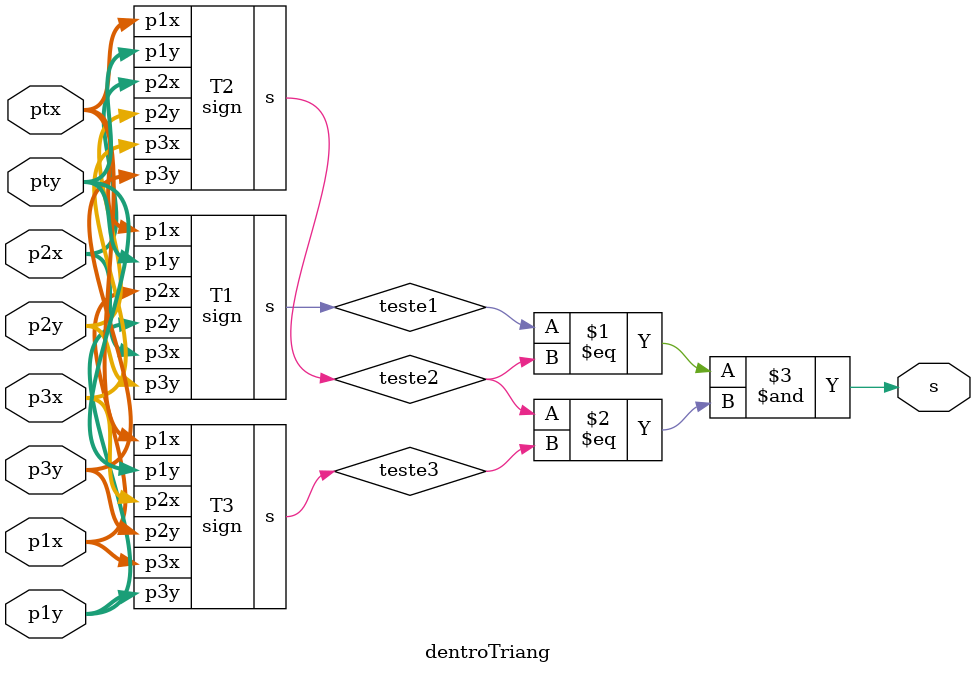
<source format=v>
module sign(
  input [10:0] p1x,
  input [10:0] p1y,
  input [10:0] p2x,
  input [10:0] p2y,
  input [10:0] p3x,
  input [10:0] p3y,
  output s
);

  wire signed [23:0] mult1;
  wire signed [23:0] mult2;

  assign mult1 = (p1x - p3x) * (p2y - p3y);
  assign mult2 = (p2x - p3x) * (p1y - p3y);

  assign s = mult1 < mult2;

endmodule

// Recebe duas entradas ptx e pty para o ponto a ser verificado e mais 6 entradas
// que são os pontos que formam o triângulo em questão
// retorna desligado para dentroTriang=não e ligado para dentroTriang=sim
module dentroTriang(
  input [10:0] ptx,
  input [10:0] pty,
  input [10:0] p1x,
  input [10:0] p1y,
  input [10:0] p2x,
  input [10:0] p2y,
  input [10:0] p3x,
  input [10:0] p3y,
  output s
);

  wire teste1, teste2, teste3;

  sign T1(ptx, pty, p1x, p1y, p2x, p2y, teste1);
  sign T2(ptx, pty, p2x, p2y, p3x, p3y, teste2);
  sign T3(ptx, pty, p3x, p3y, p1x, p1y, teste3);

  assign s = teste1 == teste2 & teste2 == teste3;

endmodule

</source>
